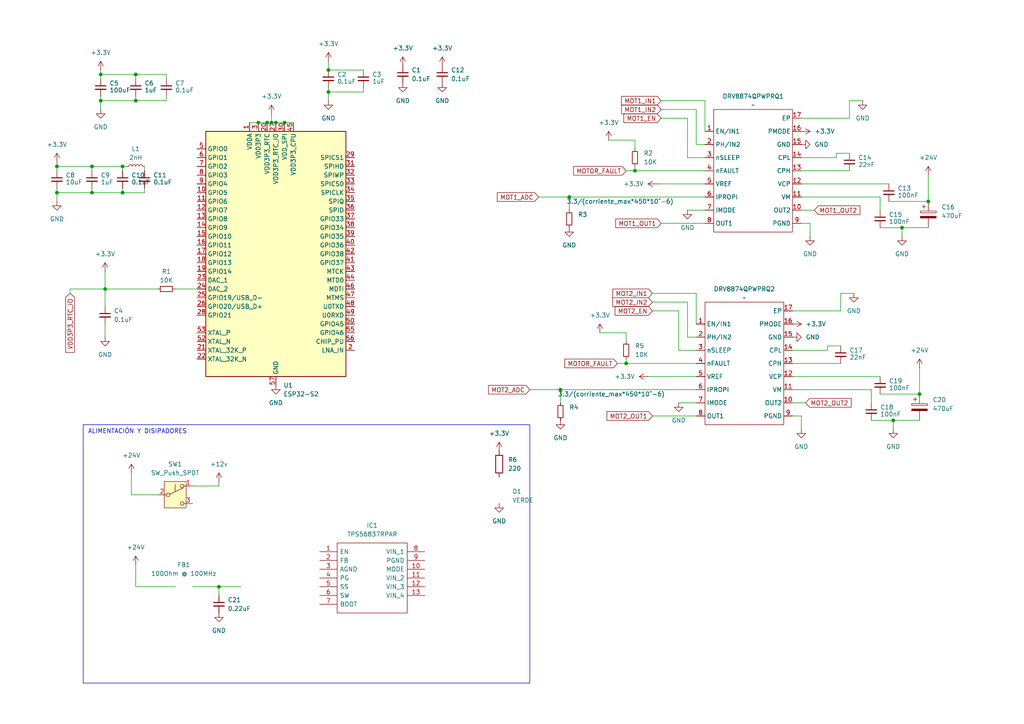
<source format=kicad_sch>
(kicad_sch (version 20231120) (generator "eeschema") (generator_version "8.0")
  (paper "A4")
  (lib_symbols
    (symbol "Device:C_Polarized" (pin_numbers hide) (pin_names (offset 0.254))
      (property "Reference" "C" (at 0.635 2.54 0))
      (property "Value" "C_Polarized" (at 0.635 -2.54 0))
      (symbol "C_Polarized_0_1"
        (rectangle (start -2.286 0.508) (end 2.286 1.016))
        (polyline (pts (xy -1.778 2.286) (xy -0.762 2.286)))
        (polyline (pts (xy -1.27 2.794) (xy -1.27 1.778)))
        (rectangle (start 2.286 -0.508) (end -2.286 -1.016) (fill (type outline)))
      )
      (symbol "C_Polarized_1_1"
        (pin passive line (at 0 3.81 270) (length 2.794) (name "~") (number "1"))
        (pin passive line (at 0 -3.81 90) (length 2.794) (name "~") (number "2"))
      )
    )
    (symbol "Device:C_Small" (pin_numbers hide) (pin_names (offset 0.254) hide)
      (property "Reference" "C" (at 0.254 1.778 0))
      (property "Value" "C_Small" (at 0.254 -2.032 0))
      (symbol "C_Small_0_1"
        (polyline (pts (xy -1.524 -0.508) (xy 1.524 -0.508)) (stroke (width 0.3302)))
        (polyline (pts (xy -1.524 0.508) (xy 1.524 0.508)) (stroke (width 0.3048)))
      )
      (symbol "C_Small_1_1"
        (pin passive line (at 0 2.54 270) (length 2.032) (name "~") (number "1"))
        (pin passive line (at 0 -2.54 90) (length 2.032) (name "~") (number "2"))
      )
    )
    (symbol "Device:L_Small" (pin_numbers hide) (pin_names (offset 0.254) hide)
      (property "Reference" "L" (at 0.762 1.016 0))
      (property "Value" "L_Small" (at 0.762 -1.016 0))
      (symbol "L_Small_0_1"
        (arc (start 0 -2.032) (mid 0.5058 -1.524) (end 0 -1.016))
        (arc (start 0 -1.016) (mid 0.5058 -0.508) (end 0 0))
        (arc (start 0 0) (mid 0.5058 0.508) (end 0 1.016))
        (arc (start 0 1.016) (mid 0.5058 1.524) (end 0 2.032))
      )
      (symbol "L_Small_1_1"
        (pin passive line (at 0 2.54 270) (length 0.508) (name "~") (number "1"))
        (pin passive line (at 0 -2.54 90) (length 0.508) (name "~") (number "2"))
      )
    )
    (symbol "Device:R" (pin_numbers hide) (pin_names (offset 0))
      (property "Reference" "R" (at 2.032 0 90))
      (property "Value" "R" (at 0 0 90))
      (symbol "R_0_1"
        (rectangle (start -1.016 -2.54) (end 1.016 2.54) (stroke (width 0.254)))
      )
      (symbol "R_1_1"
        (pin passive line (at 0 3.81 270) (length 1.27) (name "~") (number "1"))
        (pin passive line (at 0 -3.81 90) (length 1.27) (name "~") (number "2"))
      )
    )
    (symbol "Device:R_Small" (pin_numbers hide) (pin_names (offset 0.254) hide)
      (property "Reference" "R" (at 0.762 0.508 0))
      (property "Value" "R_Small" (at 0.762 -1.016 0))
      (symbol "R_Small_0_1"
        (rectangle (start -0.762 1.778) (end 0.762 -1.778) (stroke (width 0.2032)))
      )
      (symbol "R_Small_1_1"
        (pin passive line (at 0 2.54 270) (length 0.762) (name "~") (number "1"))
        (pin passive line (at 0 -2.54 90) (length 0.762) (name "~") (number "2"))
      )
    )
    (symbol "FoBo2:DRV8874QPWPRQ1"
      (property "Reference" "U" (at 0 0 0))
      (symbol "DRV8874QPWPRQ1_0_1"
        (rectangle (start 0 -33.02) (end 22.86 2.54))
      )
      (symbol "DRV8874QPWPRQ1_1_1"
        (pin input line (at -2.54 -3.81 0) (length 2.54) (name "EN/IN1") (number "1"))
        (pin input line (at 25.4 -26.67 180) (length 2.54) (name "OUT2") (number "10"))
        (pin input line (at 25.4 -22.86 180) (length 2.54) (name "VM") (number "11"))
        (pin input line (at 25.4 -19.05 180) (length 2.54) (name "VCP") (number "12"))
        (pin input line (at 25.4 -15.24 180) (length 2.54) (name "CPH") (number "13"))
        (pin input line (at 25.4 -11.43 180) (length 2.54) (name "CPL") (number "14"))
        (pin input line (at 25.4 -7.62 180) (length 2.54) (name "GND") (number "15"))
        (pin input line (at 25.4 -3.81 180) (length 2.54) (name "PMODE") (number "16"))
        (pin input line (at 25.4 0 180) (length 2.54) (name "EP") (number "17"))
        (pin input line (at -2.54 -7.62 0) (length 2.54) (name "PH/IN2") (number "2"))
        (pin input line (at -2.54 -11.43 0) (length 2.54) (name "nSLEEP") (number "3"))
        (pin input line (at -2.54 -15.24 0) (length 2.54) (name "nFAULT") (number "4"))
        (pin input line (at -2.54 -19.05 0) (length 2.54) (name "VREF") (number "5"))
        (pin input line (at -2.54 -22.86 0) (length 2.54) (name "IPROPI") (number "6"))
        (pin input line (at -2.54 -26.67 0) (length 2.54) (name "IMODE") (number "7"))
        (pin input line (at -2.54 -30.48 0) (length 2.54) (name "OUT1") (number "8"))
        (pin input line (at 25.4 -30.48 180) (length 2.54) (name "PGND") (number "9"))
      )
    )
    (symbol "FoBo2:TPS56837RPAR" (pin_names (offset 0.762))
      (property "Reference" "IC" (at 26.67 7.62 0))
      (property "Value" "TPS56837RPAR" (at 26.67 5.08 0))
      (symbol "TPS56837RPAR_0_0"
        (pin passive line (at 0 0 0) (length 5.08) (name "EN") (number "1"))
        (pin passive line (at 30.48 -5.08 180) (length 5.08) (name "MODE") (number "10"))
        (pin passive line (at 30.48 -7.62 180) (length 5.08) (name "VIN_2") (number "11"))
        (pin passive line (at 30.48 -10.16 180) (length 5.08) (name "VIN_3") (number "12"))
        (pin passive line (at 30.48 -12.7 180) (length 5.08) (name "VIN_4") (number "13"))
        (pin passive line (at 0 -2.54 0) (length 5.08) (name "FB") (number "2"))
        (pin passive line (at 0 -5.08 0) (length 5.08) (name "AGND") (number "3"))
        (pin passive line (at 0 -7.62 0) (length 5.08) (name "PG") (number "4"))
        (pin passive line (at 0 -10.16 0) (length 5.08) (name "SS") (number "5"))
        (pin passive line (at 0 -12.7 0) (length 5.08) (name "SW") (number "6"))
        (pin passive line (at 0 -15.24 0) (length 5.08) (name "BOOT") (number "7"))
        (pin passive line (at 30.48 0 180) (length 5.08) (name "VIN_1") (number "8"))
        (pin passive line (at 30.48 -2.54 180) (length 5.08) (name "PGND") (number "9"))
      )
      (symbol "TPS56837RPAR_0_1"
        (polyline (pts (xy 5.08 2.54) (xy 25.4 2.54) (xy 25.4 -17.78) (xy 5.08 -17.78) (xy 5.08 2.54)) (stroke (width 0.1524)))
      )
    )
    (symbol "MCU_Espressif:ESP32-S2"
      (property "Reference" "U" (at 12.7 -38.1 0))
      (property "Value" "ESP32-S2" (at 16.51 -40.64 0))
      (symbol "ESP32-S2_0_1"
        (rectangle (start -20.32 35.56) (end 20.32 -35.56) (stroke (width 0.254)) (fill (type background)))
      )
      (symbol "ESP32-S2_1_1"
        (pin power_in line (at -7.62 38.1 270) (length 2.54) (name "VDDA") (number "1"))
        (pin bidirectional line (at -22.86 17.78 0) (length 2.54) (name "GPIO5") (number "10"))
        (pin bidirectional line (at -22.86 15.24 0) (length 2.54) (name "GPIO6") (number "11"))
        (pin bidirectional line (at -22.86 12.7 0) (length 2.54) (name "GPIO7") (number "12"))
        (pin bidirectional line (at -22.86 10.16 0) (length 2.54) (name "GPIO8") (number "13"))
        (pin bidirectional line (at -22.86 7.62 0) (length 2.54) (name "GPIO9") (number "14"))
        (pin bidirectional line (at -22.86 5.08 0) (length 2.54) (name "GPIO10") (number "15"))
        (pin bidirectional line (at -22.86 2.54 0) (length 2.54) (name "GPIO11") (number "16"))
        (pin bidirectional line (at -22.86 0 0) (length 2.54) (name "GPIO12") (number "17"))
        (pin bidirectional line (at -22.86 -2.54 0) (length 2.54) (name "GPIO13") (number "18"))
        (pin bidirectional line (at -22.86 -5.08 0) (length 2.54) (name "GPIO14") (number "19"))
        (pin bidirectional line (at 22.86 -27.94 180) (length 2.54) (name "LNA_IN") (number "2"))
        (pin power_in line (at -2.54 38.1 270) (length 2.54) (name "VDD3P3_RTC") (number "20"))
        (pin passive line (at -22.86 -27.94 0) (length 2.54) (name "XTAL_32K_P") (number "21"))
        (pin passive line (at -22.86 -30.48 0) (length 2.54) (name "XTAL_32K_N") (number "22"))
        (pin bidirectional line (at -22.86 -7.62 0) (length 2.54) (name "DAC_1") (number "23"))
        (pin bidirectional line (at -22.86 -10.16 0) (length 2.54) (name "DAC_2") (number "24"))
        (pin bidirectional line (at -22.86 -12.7 0) (length 2.54) (name "GPIO19/USB_D-") (number "25"))
        (pin bidirectional line (at -22.86 -15.24 0) (length 2.54) (name "GPIO20/USB_D+") (number "26"))
        (pin power_in line (at 0 38.1 270) (length 2.54) (name "VDD3P3_RTC_IO") (number "27"))
        (pin bidirectional line (at -22.86 -17.78 0) (length 2.54) (name "GPIO21") (number "28"))
        (pin bidirectional line (at 22.86 27.94 180) (length 2.54) (name "SPICS1") (number "29"))
        (pin power_in line (at -5.08 38.1 270) (length 2.54) (name "VDD3P3") (number "3"))
        (pin power_out line (at 2.54 38.1 270) (length 2.54) (name "VDD_SPI") (number "30"))
        (pin bidirectional line (at 22.86 25.4 180) (length 2.54) (name "SPIHD") (number "31"))
        (pin bidirectional line (at 22.86 22.86 180) (length 2.54) (name "SPIWP") (number "32"))
        (pin bidirectional line (at 22.86 20.32 180) (length 2.54) (name "SPICS0") (number "33"))
        (pin bidirectional line (at 22.86 17.78 180) (length 2.54) (name "SPICLK") (number "34"))
        (pin bidirectional line (at 22.86 15.24 180) (length 2.54) (name "SPIQ") (number "35"))
        (pin bidirectional line (at 22.86 12.7 180) (length 2.54) (name "SPID") (number "36"))
        (pin bidirectional line (at 22.86 10.16 180) (length 2.54) (name "GPIO33") (number "37"))
        (pin bidirectional line (at 22.86 7.62 180) (length 2.54) (name "GPIO34") (number "38"))
        (pin bidirectional line (at 22.86 5.08 180) (length 2.54) (name "GPIO35") (number "39"))
        (pin passive line (at -5.08 38.1 270) (length 2.54) hide (name "VDD3P3") (number "4"))
        (pin bidirectional line (at 22.86 2.54 180) (length 2.54) (name "GPIO36") (number "40"))
        (pin bidirectional line (at 22.86 -2.54 180) (length 2.54) (name "GPIO37") (number "41"))
        (pin bidirectional line (at 22.86 0 180) (length 2.54) (name "GPIO38") (number "42"))
        (pin bidirectional line (at 22.86 -5.08 180) (length 2.54) (name "MTCK") (number "43"))
        (pin bidirectional line (at 22.86 -7.62 180) (length 2.54) (name "MTD0") (number "44"))
        (pin power_in line (at 5.08 38.1 270) (length 2.54) (name "VDD3P3_CPU") (number "45"))
        (pin bidirectional line (at 22.86 -10.16 180) (length 2.54) (name "MDTI") (number "46"))
        (pin bidirectional line (at 22.86 -12.7 180) (length 2.54) (name "MTMS") (number "47"))
        (pin bidirectional line (at 22.86 -15.24 180) (length 2.54) (name "U0TXD") (number "48"))
        (pin bidirectional line (at 22.86 -17.78 180) (length 2.54) (name "U0RXD") (number "49"))
        (pin bidirectional line (at -22.86 30.48 0) (length 2.54) (name "GPIO0") (number "5"))
        (pin bidirectional line (at 22.86 -20.32 180) (length 2.54) (name "GPIO45") (number "50"))
        (pin passive line (at -7.62 38.1 270) (length 2.54) hide (name "VDDA") (number "51"))
        (pin output line (at -22.86 -25.4 0) (length 2.54) (name "XTAL_N") (number "52"))
        (pin input line (at -22.86 -22.86 0) (length 2.54) (name "XTAL_P") (number "53"))
        (pin passive line (at -7.62 38.1 270) (length 2.54) hide (name "VDDA") (number "54"))
        (pin input line (at 22.86 -22.86 180) (length 2.54) (name "GPIO46") (number "55"))
        (pin input line (at 22.86 -25.4 180) (length 2.54) (name "CHIP_PU") (number "56"))
        (pin power_in line (at 0 -38.1 90) (length 2.54) (name "GND") (number "57"))
        (pin bidirectional line (at -22.86 27.94 0) (length 2.54) (name "GPIO1") (number "6"))
        (pin bidirectional line (at -22.86 25.4 0) (length 2.54) (name "GPIO2") (number "7"))
        (pin bidirectional line (at -22.86 22.86 0) (length 2.54) (name "GPIO3") (number "8"))
        (pin bidirectional line (at -22.86 20.32 0) (length 2.54) (name "GPIO4") (number "9"))
      )
    )
    (symbol "Switch:SW_Push_SPDT" (pin_names (offset 0) hide)
      (property "Reference" "SW" (at 0 5.08 0))
      (property "Value" "SW_Push_SPDT" (at 0 -5.08 0))
      (symbol "SW_Push_SPDT_0_0"
        (circle (center -2.032 0) (radius 0.508))
        (polyline (pts (xy 0 1.016) (xy 0 3.048)))
        (circle (center 2.032 -2.54) (radius 0.508))
      )
      (symbol "SW_Push_SPDT_0_1"
        (polyline (pts (xy -1.524 0.2032) (xy 2.3368 1.9812)))
        (circle (center 2.032 2.54) (radius 0.508))
      )
      (symbol "SW_Push_SPDT_1_1"
        (rectangle (start -3.175 3.81) (end 3.175 -3.81) (fill (type background)))
        (pin passive line (at 5.08 2.54 180) (length 2.54) (name "A") (number "1"))
        (pin passive line (at -5.08 0 0) (length 2.54) (name "B") (number "2"))
        (pin passive line (at 5.08 -2.54 180) (length 2.54) (name "C") (number "3"))
      )
    )
    (symbol "power:+3.3V" (power) (pin_numbers hide) (pin_names (offset 0) hide)
      (property "Value" "+3.3V" (at 0 3.556 0))
      (symbol "+3.3V_0_1"
        (polyline (pts (xy -0.762 1.27) (xy 0 2.54)))
        (polyline (pts (xy 0 0) (xy 0 2.54)))
        (polyline (pts (xy 0 2.54) (xy 0.762 1.27)))
      )
      (symbol "+3.3V_1_1"
        (pin power_in line (at 0 0 90) (length 0) (name "~") (number "1"))
      )
    )
    (symbol "power:GND" (power) (pin_numbers hide) (pin_names (offset 0) hide)
      (property "Value" "GND" (at 0 -3.81 0))
      (symbol "GND_0_1"
        (polyline (pts (xy 0 0) (xy 0 -1.27) (xy 1.27 -1.27) (xy 0 -2.54) (xy -1.27 -1.27) (xy 0 -1.27)))
      )
      (symbol "GND_1_1"
        (pin power_in line (at 0 0 270) (length 0) (name "~") (number "1"))
      )
    )
  )
  (junction (at 80.01 35.56))
  (junction (at 82.55 35.56))
  (junction (at 181.61 105.41))
  (junction (at 95.25 20.32))
  (junction (at 261.62 66.04))
  (junction (at 30.48 83.82))
  (junction (at 77.47 35.56))
  (junction (at 29.21 21.59))
  (junction (at 266.7 114.3))
  (junction (at 269.24 58.42))
  (junction (at 35.56 55.88))
  (junction (at 29.21 29.21))
  (junction (at 26.67 48.26))
  (junction (at 184.15 49.53))
  (junction (at 259.08 121.92))
  (junction (at 16.51 55.88))
  (junction (at 162.56 113.03))
  (junction (at 16.51 48.26))
  (junction (at 63.5 170.18))
  (junction (at 74.93 35.56))
  (junction (at 39.37 29.21))
  (junction (at 165.1 57.15))
  (junction (at 95.25 26.67))
  (junction (at 39.37 21.59))
  (junction (at 26.67 55.88))
  (junction (at 78.74 35.56))
  (junction (at 35.56 48.26))
  (wire (pts (xy 252.73 113.03) (xy 252.73 116.84)))
  (wire (pts (xy 191.77 34.29) (xy 199.39 34.29)))
  (wire (pts (xy 181.61 96.52) (xy 181.61 99.06)))
  (wire (pts (xy 229.87 116.84) (xy 233.68 116.84)))
  (wire (pts (xy 63.5 170.18) (xy 63.5 172.72)))
  (wire (pts (xy 48.26 29.21) (xy 39.37 29.21)))
  (wire (pts (xy 16.51 46.99) (xy 16.51 48.26)))
  (wire (pts (xy 39.37 170.18) (xy 50.8 170.18)))
  (wire (pts (xy 232.41 34.29) (xy 246.38 34.29)))
  (wire (pts (xy 29.21 29.21) (xy 29.21 27.94)))
  (wire (pts (xy 229.87 105.41) (xy 243.84 105.41)))
  (wire (pts (xy 176.53 40.64) (xy 184.15 40.64)))
  (wire (pts (xy 232.41 45.72) (xy 242.57 45.72)))
  (wire (pts (xy 95.25 26.67) (xy 95.25 25.4)))
  (wire (pts (xy 199.39 97.79) (xy 201.93 97.79)))
  (wire (pts (xy 232.41 60.96) (xy 236.22 60.96)))
  (wire (pts (xy 48.26 22.86) (xy 48.26 21.59)))
  (wire (pts (xy 55.88 170.18) (xy 63.5 170.18)))
  (wire (pts (xy 72.39 35.56) (xy 74.93 35.56)))
  (wire (pts (xy 105.41 25.4) (xy 105.41 26.67)))
  (wire (pts (xy 36.83 48.26) (xy 35.56 48.26)))
  (wire (pts (xy 229.87 120.65) (xy 232.41 120.65)))
  (wire (pts (xy 78.74 35.56) (xy 80.01 35.56)))
  (wire (pts (xy 16.51 48.26) (xy 26.67 48.26)))
  (wire (pts (xy 38.1 143.51) (xy 45.72 143.51)))
  (wire (pts (xy 204.47 29.21) (xy 204.47 38.1)))
  (wire (pts (xy 184.15 49.53) (xy 204.47 49.53)))
  (wire (pts (xy 95.25 20.32) (xy 105.41 20.32)))
  (wire (pts (xy 165.1 60.96) (xy 165.1 57.15)))
  (wire (pts (xy 201.93 85.09) (xy 201.93 93.98)))
  (wire (pts (xy 30.48 78.74) (xy 30.48 83.82)))
  (wire (pts (xy 16.51 55.88) (xy 16.51 54.61)))
  (wire (pts (xy 243.84 85.09) (xy 247.65 85.09)))
  (wire (pts (xy 63.5 139.7) (xy 63.5 140.97)))
  (wire (pts (xy 35.56 49.53) (xy 35.56 48.26)))
  (wire (pts (xy 26.67 55.88) (xy 16.51 55.88)))
  (wire (pts (xy 269.24 50.8) (xy 269.24 58.42)))
  (wire (pts (xy 30.48 93.98) (xy 30.48 97.79)))
  (wire (pts (xy 232.41 49.53) (xy 246.38 49.53)))
  (wire (pts (xy 257.81 58.42) (xy 269.24 58.42)))
  (wire (pts (xy 16.51 48.26) (xy 16.51 49.53)))
  (wire (pts (xy 48.26 27.94) (xy 48.26 29.21)))
  (wire (pts (xy 201.93 116.84) (xy 196.85 116.84)))
  (wire (pts (xy 196.85 90.17) (xy 196.85 101.6)))
  (wire (pts (xy 232.41 64.77) (xy 234.95 64.77)))
  (wire (pts (xy 95.25 17.78) (xy 95.25 20.32)))
  (wire (pts (xy 229.87 113.03) (xy 252.73 113.03)))
  (wire (pts (xy 39.37 27.94) (xy 39.37 29.21)))
  (wire (pts (xy 63.5 140.97) (xy 55.88 140.97)))
  (wire (pts (xy 156.21 57.15) (xy 165.1 57.15)))
  (wire (pts (xy 63.5 170.18) (xy 69.85 170.18)))
  (wire (pts (xy 29.21 20.32) (xy 29.21 21.59)))
  (wire (pts (xy 259.08 121.92) (xy 259.08 124.46)))
  (wire (pts (xy 232.41 57.15) (xy 255.27 57.15)))
  (wire (pts (xy 189.23 120.65) (xy 201.93 120.65)))
  (wire (pts (xy 266.7 106.68) (xy 266.7 114.3)))
  (wire (pts (xy 41.91 49.53) (xy 41.91 48.26)))
  (wire (pts (xy 26.67 54.61) (xy 26.67 55.88)))
  (wire (pts (xy 191.77 29.21) (xy 204.47 29.21)))
  (wire (pts (xy 189.23 85.09) (xy 201.93 85.09)))
  (wire (pts (xy 240.03 101.6) (xy 240.03 100.33)))
  (wire (pts (xy 39.37 29.21) (xy 29.21 29.21)))
  (wire (pts (xy 232.41 53.34) (xy 257.81 53.34)))
  (wire (pts (xy 153.67 113.03) (xy 162.56 113.03)))
  (wire (pts (xy 80.01 35.56) (xy 82.55 35.56)))
  (wire (pts (xy 229.87 109.22) (xy 255.27 109.22)))
  (wire (pts (xy 74.93 35.56) (xy 77.47 35.56)))
  (wire (pts (xy 181.61 105.41) (xy 201.93 105.41)))
  (wire (pts (xy 41.91 55.88) (xy 35.56 55.88)))
  (wire (pts (xy 261.62 66.04) (xy 269.24 66.04)))
  (wire (pts (xy 242.57 44.45) (xy 246.38 44.45)))
  (wire (pts (xy 232.41 120.65) (xy 232.41 124.46)))
  (wire (pts (xy 77.47 35.56) (xy 78.74 35.56)))
  (wire (pts (xy 16.51 58.42) (xy 16.51 55.88)))
  (wire (pts (xy 82.55 35.56) (xy 85.09 35.56)))
  (wire (pts (xy 259.08 121.92) (xy 266.7 121.92)))
  (wire (pts (xy 261.62 66.04) (xy 261.62 68.58)))
  (wire (pts (xy 191.77 64.77) (xy 204.47 64.77)))
  (wire (pts (xy 229.87 101.6) (xy 240.03 101.6)))
  (wire (pts (xy 255.27 114.3) (xy 266.7 114.3)))
  (wire (pts (xy 234.95 64.77) (xy 234.95 68.58)))
  (wire (pts (xy 187.96 109.22) (xy 201.93 109.22)))
  (wire (pts (xy 39.37 163.83) (xy 39.37 170.18)))
  (wire (pts (xy 173.99 96.52) (xy 181.61 96.52)))
  (wire (pts (xy 201.93 31.75) (xy 201.93 41.91)))
  (wire (pts (xy 78.74 33.02) (xy 78.74 35.56)))
  (wire (pts (xy 162.56 113.03) (xy 201.93 113.03)))
  (wire (pts (xy 246.38 29.21) (xy 250.19 29.21)))
  (wire (pts (xy 184.15 48.26) (xy 184.15 49.53)))
  (wire (pts (xy 181.61 104.14) (xy 181.61 105.41)))
  (wire (pts (xy 181.61 49.53) (xy 184.15 49.53)))
  (wire (pts (xy 252.73 121.92) (xy 259.08 121.92)))
  (wire (pts (xy 35.56 55.88) (xy 26.67 55.88)))
  (wire (pts (xy 38.1 137.16) (xy 38.1 143.51)))
  (wire (pts (xy 179.07 105.41) (xy 181.61 105.41)))
  (wire (pts (xy 20.32 83.82) (xy 30.48 83.82)))
  (wire (pts (xy 201.93 41.91) (xy 204.47 41.91)))
  (wire (pts (xy 50.8 83.82) (xy 57.15 83.82)))
  (wire (pts (xy 35.56 48.26) (xy 26.67 48.26)))
  (wire (pts (xy 30.48 83.82) (xy 45.72 83.82)))
  (wire (pts (xy 20.32 85.09) (xy 20.32 83.82)))
  (wire (pts (xy 162.56 116.84) (xy 162.56 113.03)))
  (wire (pts (xy 184.15 40.64) (xy 184.15 43.18)))
  (wire (pts (xy 204.47 60.96) (xy 199.39 60.96)))
  (wire (pts (xy 48.26 21.59) (xy 39.37 21.59)))
  (wire (pts (xy 105.41 26.67) (xy 95.25 26.67)))
  (wire (pts (xy 255.27 57.15) (xy 255.27 60.96)))
  (wire (pts (xy 199.39 87.63) (xy 199.39 97.79)))
  (wire (pts (xy 29.21 21.59) (xy 29.21 22.86)))
  (wire (pts (xy 196.85 101.6) (xy 201.93 101.6)))
  (wire (pts (xy 29.21 21.59) (xy 39.37 21.59)))
  (wire (pts (xy 41.91 54.61) (xy 41.91 55.88)))
  (wire (pts (xy 191.77 31.75) (xy 201.93 31.75)))
  (wire (pts (xy 242.57 45.72) (xy 242.57 44.45)))
  (wire (pts (xy 35.56 54.61) (xy 35.56 55.88)))
  (wire (pts (xy 190.5 53.34) (xy 204.47 53.34)))
  (wire (pts (xy 199.39 45.72) (xy 204.47 45.72)))
  (wire (pts (xy 199.39 34.29) (xy 199.39 45.72)))
  (wire (pts (xy 189.23 87.63) (xy 199.39 87.63)))
  (wire (pts (xy 240.03 100.33) (xy 243.84 100.33)))
  (wire (pts (xy 29.21 31.75) (xy 29.21 29.21)))
  (wire (pts (xy 189.23 90.17) (xy 196.85 90.17)))
  (wire (pts (xy 165.1 57.15) (xy 204.47 57.15)))
  (wire (pts (xy 95.25 29.21) (xy 95.25 26.67)))
  (wire (pts (xy 255.27 66.04) (xy 261.62 66.04)))
  (wire (pts (xy 39.37 21.59) (xy 39.37 22.86)))
  (wire (pts (xy 229.87 90.17) (xy 243.84 90.17)))
  (wire (pts (xy 246.38 34.29) (xy 246.38 29.21)))
  (wire (pts (xy 26.67 48.26) (xy 26.67 49.53)))
  (wire (pts (xy 243.84 90.17) (xy 243.84 85.09)))
  (wire (pts (xy 30.48 83.82) (xy 30.48 88.9)))
  (rectangle (start 24.13 123.19) (end 153.67 198.12))
  (text "ALIMENTACIÓN Y DISIPADORES" (at 39.878 125.222 0) (effects (font (size 1.27 1.27))))
  (global_label "MOT1_IN2" (shape input) (at 191.77 31.75 180) (property "Intersheetrefs" "${INTERSHEET_REFS}" (effects (hide yes))))
  (global_label "MOT1_OUT2" (shape input) (at 236.22 60.96 0) (property "Intersheetrefs" "${INTERSHEET_REFS}" (effects (hide yes))))
  (global_label "MOT1_EN" (shape input) (at 191.77 34.29 180) (property "Intersheetrefs" "${INTERSHEET_REFS}" (effects (hide yes))))
  (global_label "VDD3P3_RTC_IO" (shape input) (at 20.32 85.09 270) (property "Intersheetrefs" "${INTERSHEET_REFS}" (effects (hide yes))))
  (global_label "MOT2_ADC" (shape input) (at 153.67 113.03 180) (property "Intersheetrefs" "${INTERSHEET_REFS}" (effects (hide yes))))
  (global_label "MOTOR_FAULT" (shape input) (at 179.07 105.41 180) (property "Intersheetrefs" "${INTERSHEET_REFS}" (effects (hide yes))))
  (global_label "MOT2_IN1" (shape input) (at 189.23 85.09 180) (property "Intersheetrefs" "${INTERSHEET_REFS}" (effects (hide yes))))
  (global_label "MOTOR_FAULT" (shape input) (at 181.61 49.53 180) (property "Intersheetrefs" "${INTERSHEET_REFS}" (effects (hide yes))))
  (global_label "MOT2_IN2" (shape input) (at 189.23 87.63 180) (property "Intersheetrefs" "${INTERSHEET_REFS}" (effects (hide yes))))
  (global_label "MOT1_OUT1" (shape input) (at 191.77 64.77 180) (property "Intersheetrefs" "${INTERSHEET_REFS}" (effects (hide yes))))
  (global_label "MOT1_IN1" (shape input) (at 191.77 29.21 180) (property "Intersheetrefs" "${INTERSHEET_REFS}" (effects (hide yes))))
  (global_label "MOT2_OUT1" (shape input) (at 189.23 120.65 180) (property "Intersheetrefs" "${INTERSHEET_REFS}" (effects (hide yes))))
  (global_label "MOT1_ADC" (shape input) (at 156.21 57.15 180) (property "Intersheetrefs" "${INTERSHEET_REFS}" (effects (hide yes))))
  (global_label "MOT2_EN" (shape input) (at 189.23 90.17 180) (property "Intersheetrefs" "${INTERSHEET_REFS}" (effects (hide yes))))
  (global_label "MOT2_OUT2" (shape input) (at 233.68 116.84 0) (property "Intersheetrefs" "${INTERSHEET_REFS}" (effects (hide yes))))
  (symbol (lib_id "power:+3.3V") (at 176.53 40.64 0) (unit 1)
    (property "Reference" "#PWR023" (effects (hide yes)))
    (property "Value" "+3.3V" (at 176.53 35.56 0))
    (property "Description" "Power symbol creates a global label with name \"+3.3V\"" (effects (hide yes)))
  )
  (symbol (lib_id "Device:C_Small") (at 63.5 175.26 0) (unit 1)
    (property "Reference" "C21" (at 66.04 173.9962 0) (effects (justify left)))
    (property "Value" "0.22uF" (at 66.04 176.5362 0) (effects (justify left)))
    (property "Footprint" "Capacitor_SMD:C_1206_3216Metric" (effects (hide yes)))
    (property "Description" "Unpolarized capacitor, small symbol" (effects (hide yes)))
  )
  (symbol (lib_id "power:+3.3V") (at 266.7 106.68 0) (unit 1)
    (property "Reference" "#PWR034" (effects (hide yes)))
    (property "Value" "+24V" (at 266.7 101.6 0))
    (property "Description" "Power symbol creates a global label with name \"+3.3V\"" (effects (hide yes)))
  )
  (symbol (lib_id "Device:C_Small") (at 41.91 52.07 0) (unit 1)
    (property "Reference" "C11" (at 44.45 50.8062 0) (effects (justify left)))
    (property "Value" "0.1uF" (at 44.45 52.832 0) (effects (justify left)))
    (property "Description" "Unpolarized capacitor, small symbol" (effects (hide yes)))
  )
  (symbol (lib_id "FoBo2:DRV8874QPWPRQ1") (at 207.01 34.29 0) (unit 1)
    (property "Reference" "DRV8874QPWPRQ1" (at 218.44 27.94 0))
    (property "Value" "~" (at 218.44 30.48 0))
  )
  (symbol (lib_id "Switch:SW_Push_SPDT") (at 50.8 143.51 0) (unit 1)
    (property "Reference" "SW1" (at 50.8 134.62 0))
    (property "Value" "SW_Push_SPDT" (at 50.8 137.16 0))
    (property "Footprint" "conn_microsd:Switch_Slide" (effects (hide yes)))
    (property "Description" "Momentary Switch, single pole double throw" (effects (hide yes)))
  )
  (symbol (lib_id "power:GND") (at 234.95 68.58 0) (unit 1)
    (property "Reference" "#PWR016" (effects (hide yes)))
    (property "Value" "GND" (at 234.95 73.66 0))
    (property "Description" "Power symbol creates a global label with name \"GND\" , ground" (effects (hide yes)))
  )
  (symbol (lib_id "Device:C_Polarized") (at 266.7 118.11 0) (unit 1)
    (property "Reference" "C20" (at 270.51 115.9509 0) (effects (justify left)))
    (property "Value" "470uF" (at 270.51 118.4909 0) (effects (justify left)))
    (property "Description" "Polarized capacitor" (effects (hide yes)))
  )
  (symbol (lib_id "Device:C_Small") (at 35.56 52.07 0) (unit 1)
    (property "Reference" "C10" (at 38.1 50.8062 0) (effects (justify left)))
    (property "Value" "0.1uF" (at 38.1 52.832 0) (effects (justify left)))
    (property "Description" "Unpolarized capacitor, small symbol" (effects (hide yes)))
  )
  (symbol (lib_id "power:GND") (at 30.48 97.79 0) (unit 1)
    (property "Reference" "#PWR08" (effects (hide yes)))
    (property "Value" "GND" (at 30.48 102.87 0))
    (property "Description" "Power symbol creates a global label with name \"GND\" , ground" (effects (hide yes)))
  )
  (symbol (lib_id "Device:C_Small") (at 255.27 63.5 0) (unit 1)
    (property "Reference" "C15" (at 257.81 62.2362 0) (effects (justify left)))
    (property "Value" "100nF" (at 257.81 64.262 0) (effects (justify left)))
    (property "Description" "Unpolarized capacitor, small symbol" (effects (hide yes)))
  )
  (symbol (lib_id "Device:R_Small") (at 181.61 101.6 0) (unit 1)
    (property "Reference" "R5" (at 184.15 100.3299 0) (effects (justify left)))
    (property "Value" "10K" (at 184.15 102.8699 0) (effects (justify left)))
    (property "Description" "Resistor, small symbol" (effects (hide yes)))
  )
  (symbol (lib_id "Device:C_Small") (at 116.84 21.59 0) (unit 1)
    (property "Reference" "C1" (at 119.38 20.3262 0) (effects (justify left)))
    (property "Value" "0.1uF" (at 119.38 22.8662 0) (effects (justify left)))
    (property "Description" "Unpolarized capacitor, small symbol" (effects (hide yes)))
  )
  (symbol (lib_id "Device:FerriteBead_Small") (at 53.34 170.18 90) (unit 1)
    (property "Reference" "FB1" (at 53.3019 163.83 90))
    (property "Value" "100Ohm @ 100MHz" (at 53.3019 166.37 90))
    (property "Footprint" "Inductor_SMD:L_0805_2012Metric" (effects (hide yes)))
    (property "Description" "Ferrite bead, small symbol" (effects (hide yes)))
  )
  (symbol (lib_id "FoBo2:DRV8874QPWPRQ1") (at 204.47 90.17 0) (unit 1)
    (property "Reference" "DRV8874QPWPRQ2" (at 215.9 83.82 0))
    (property "Value" "~" (at 215.9 86.36 0))
  )
  (symbol (lib_id "power:+3.3V") (at 173.99 96.52 0) (unit 1)
    (property "Reference" "#PWR026" (effects (hide yes)))
    (property "Value" "+3.3V" (at 173.99 91.44 0))
    (property "Description" "Power symbol creates a global label with name \"+3.3V\"" (effects (hide yes)))
  )
  (symbol (lib_id "Device:R_Small") (at 184.15 45.72 0) (unit 1)
    (property "Reference" "R2" (at 186.69 44.4499 0) (effects (justify left)))
    (property "Value" "10K" (at 186.69 46.9899 0) (effects (justify left)))
    (property "Description" "Resistor, small symbol" (effects (hide yes)))
  )
  (symbol (lib_id "power:+3.3V") (at 232.41 38.1 270) (unit 1)
    (property "Reference" "#PWR022" (effects (hide yes)))
    (property "Value" "+3.3V" (at 236.22 38.0999 90) (effects (justify left)))
    (property "Description" "Power symbol creates a global label with name \"+3.3V\"" (effects (hide yes)))
  )
  (symbol (lib_id "Device:C_Small") (at 48.26 25.4 0) (unit 1)
    (property "Reference" "C7" (at 50.8 24.1362 0) (effects (justify left)))
    (property "Value" "0.1uF" (at 50.8 26.162 0) (effects (justify left)))
    (property "Description" "Unpolarized capacitor, small symbol" (effects (hide yes)))
  )
  (symbol (lib_id "power:+3.3V") (at 30.48 78.74 0) (unit 1)
    (property "Reference" "#PWR07" (effects (hide yes)))
    (property "Value" "+3.3V" (at 30.48 73.66 0))
    (property "Description" "Power symbol creates a global label with name \"+3.3V\"" (effects (hide yes)))
  )
  (symbol (lib_id "Device:C_Small") (at 257.81 55.88 0) (unit 1)
    (property "Reference" "C13" (at 260.35 54.6162 0) (effects (justify left)))
    (property "Value" "100nF" (at 260.35 56.642 0) (effects (justify left)))
    (property "Description" "Unpolarized capacitor, small symbol" (effects (hide yes)))
  )
  (symbol (lib_id "Device:R_Small") (at 165.1 63.5 0) (unit 1)
    (property "Reference" "R3" (at 167.64 62.2299 0) (effects (justify left)))
    (property "Value" "3.3/(corriente_max*450*10^-6)" (at 164.338 58.42 0) (effects (justify left)))
    (property "Description" "Resistor, small symbol" (effects (hide yes)))
  )
  (symbol (lib_id "power:GND") (at 232.41 124.46 0) (unit 1)
    (property "Reference" "#PWR031" (effects (hide yes)))
    (property "Value" "GND" (at 232.41 129.54 0))
    (property "Description" "Power symbol creates a global label with name \"GND\" , ground" (effects (hide yes)))
  )
  (symbol (lib_id "Device:C_Small") (at 29.21 25.4 0) (unit 1)
    (property "Reference" "C5" (at 31.75 24.1362 0) (effects (justify left)))
    (property "Value" "100uF" (at 31.75 26.162 0) (effects (justify left)))
    (property "Description" "Unpolarized capacitor, small symbol" (effects (hide yes)))
  )
  (symbol (lib_id "power:GND") (at 95.25 29.21 0) (unit 1)
    (property "Reference" "#PWR06" (effects (hide yes)))
    (property "Value" "GND" (at 95.25 34.29 0))
    (property "Description" "Power symbol creates a global label with name \"GND\" , ground" (effects (hide yes)))
  )
  (symbol (lib_id "power:GND") (at 199.39 60.96 0) (unit 1)
    (property "Reference" "#PWR018" (effects (hide yes)))
    (property "Value" "GND" (at 199.39 66.04 0))
    (property "Description" "Power symbol creates a global label with name \"GND\" , ground" (effects (hide yes)))
  )
  (symbol (lib_id "power:GND") (at 247.65 85.09 0) (unit 1)
    (property "Reference" "#PWR032" (effects (hide yes)))
    (property "Value" "GND" (at 247.65 90.17 0))
    (property "Description" "Power symbol creates a global label with name \"GND\" , ground" (effects (hide yes)))
  )
  (symbol (lib_id "Device:R_Small") (at 48.26 83.82 90) (unit 1)
    (property "Reference" "R1" (at 48.26 78.74 90))
    (property "Value" "10K" (at 48.26 81.28 90))
    (property "Description" "Resistor, small symbol" (effects (hide yes)))
  )
  (symbol (lib_id "power:GND") (at 162.56 121.92 0) (unit 1)
    (property "Reference" "#PWR025" (effects (hide yes)))
    (property "Value" "GND" (at 162.56 127 0))
    (property "Description" "Power symbol creates a global label with name \"GND\" , ground" (effects (hide yes)))
  )
  (symbol (lib_id "power:+3.3V") (at 128.27 19.05 0) (unit 1)
    (property "Reference" "#PWR013" (effects (hide yes)))
    (property "Value" "+3.3V" (at 128.27 13.97 0))
    (property "Description" "Power symbol creates a global label with name \"+3.3V\"" (effects (hide yes)))
  )
  (symbol (lib_id "MCU_Espressif:ESP32-S2") (at 80.01 73.66 0) (unit 1)
    (property "Reference" "U1" (at 82.2041 111.76 0) (effects (justify left)))
    (property "Value" "ESP32-S2" (at 82.2041 114.3 0) (effects (justify left)))
    (property "Footprint" "Package_DFN_QFN:QFN-56-1EP_7x7mm_P0.4mm_EP4x4mm" (effects (hide yes)))
    (property "Datasheet" "https://www.espressif.com/sites/default/files/documentation/esp32-s2_datasheet_en.pdf" (effects (hide yes)))
    (property "Description" "Microcontroller, Wi-Fi 802.11b/g/n, Bluetooth, 32bit" (effects (hide yes)))
  )
  (symbol (lib_id "FoBo2:TPS56837RPAR") (at 92.71 160.02 0) (unit 1)
    (property "Reference" "IC1" (at 107.95 152.4 0))
    (property "Value" "TPS56837RPAR" (at 107.95 154.94 0))
    (property "Footprint" "XTPS56637RPAT" (effects (hide yes)))
    (property "Datasheet" "https://www.ti.com/lit/gpn/tps56837" (effects (hide yes)))
    (property "Description" "8-A Synchronous Buck Converter" (effects (hide yes)))
    (property "Height" "1" (effects (hide yes)))
    (property "Mouser Part Number" "595-TPS56837RPAR" (effects (hide yes)))
    (property "Mouser Price/Stock" "https://www.mouser.co.uk/ProductDetail/Texas-Instruments/TPS56837RPAR?qs=ST9lo4GX8V2enNako9KoBQ%3D%3D" (effects (hide yes)))
    (property "Manufacturer_Name" "Texas Instruments" (effects (hide yes)))
    (property "Manufacturer_Part_Number" "TPS56837RPAR" (effects (hide yes)))
  )
  (symbol (lib_id "power:GND") (at 232.41 41.91 90) (unit 1)
    (property "Reference" "#PWR015" (effects (hide yes)))
    (property "Value" "GND" (at 236.22 41.9099 90) (effects (justify right)))
    (property "Description" "Power symbol creates a global label with name \"GND\" , ground" (effects (hide yes)))
  )
  (symbol (lib_id "power:GND") (at 259.08 124.46 0) (unit 1)
    (property "Reference" "#PWR033" (effects (hide yes)))
    (property "Value" "GND" (at 259.08 129.54 0))
    (property "Description" "Power symbol creates a global label with name \"GND\" , ground" (effects (hide yes)))
  )
  (symbol (lib_id "power:+3.3V") (at 38.1 137.16 0) (unit 1)
    (property "Reference" "#PWR035" (effects (hide yes)))
    (property "Value" "+24V" (at 38.1 132.08 0))
    (property "Description" "Power symbol creates a global label with name \"+3.3V\"" (effects (hide yes)))
  )
  (symbol (lib_id "power:GND") (at 229.87 97.79 90) (unit 1)
    (property "Reference" "#PWR030" (effects (hide yes)))
    (property "Value" "GND" (at 233.68 97.7899 90) (effects (justify right)))
    (property "Description" "Power symbol creates a global label with name \"GND\" , ground" (effects (hide yes)))
  )
  (symbol (lib_id "Device:C_Small") (at 95.25 22.86 0) (unit 1)
    (property "Reference" "C2" (at 97.79 21.5962 0) (effects (justify left)))
    (property "Value" "0.1uF" (at 97.79 23.622 0) (effects (justify left)))
    (property "Description" "Unpolarized capacitor, small symbol" (effects (hide yes)))
  )
  (symbol (lib_id "power:+3.3V") (at 116.84 19.05 0) (unit 1)
    (property "Reference" "#PWR04" (effects (hide yes)))
    (property "Value" "+3.3V" (at 116.84 13.97 0))
    (property "Description" "Power symbol creates a global label with name \"+3.3V\"" (effects (hide yes)))
  )
  (symbol (lib_id "Device:C_Small") (at 105.41 22.86 0) (unit 1)
    (property "Reference" "C3" (at 107.95 21.5962 0) (effects (justify left)))
    (property "Value" "1uF" (at 107.95 23.622 0) (effects (justify left)))
    (property "Description" "Unpolarized capacitor, small symbol" (effects (hide yes)))
  )
  (symbol (lib_id "Device:C_Small") (at 252.73 119.38 0) (unit 1)
    (property "Reference" "C18" (at 255.27 118.1162 0) (effects (justify left)))
    (property "Value" "100nF" (at 255.27 120.142 0) (effects (justify left)))
    (property "Description" "Unpolarized capacitor, small symbol" (effects (hide yes)))
  )
  (symbol (lib_id "power:GND") (at 29.21 31.75 0) (unit 1)
    (property "Reference" "#PWR010" (effects (hide yes)))
    (property "Value" "GND" (at 29.21 36.83 0))
    (property "Description" "Power symbol creates a global label with name \"GND\" , ground" (effects (hide yes)))
  )
  (symbol (lib_id "power:+3.3V") (at 16.51 46.99 0) (unit 1)
    (property "Reference" "#PWR011" (effects (hide yes)))
    (property "Value" "+3.3V" (at 16.51 41.91 0))
    (property "Description" "Power symbol creates a global label with name \"+3.3V\"" (effects (hide yes)))
  )
  (symbol (lib_id "Device:C_Small") (at 39.37 25.4 0) (unit 1)
    (property "Reference" "C6" (at 41.91 24.1362 0) (effects (justify left)))
    (property "Value" "1uF" (at 41.91 26.162 0) (effects (justify left)))
    (property "Description" "Unpolarized capacitor, small symbol" (effects (hide yes)))
  )
  (symbol (lib_id "Device:C_Small") (at 243.84 102.87 0) (unit 1)
    (property "Reference" "C17" (at 246.38 101.6062 0) (effects (justify left)))
    (property "Value" "22nF" (at 246.38 103.632 0) (effects (justify left)))
    (property "Description" "Unpolarized capacitor, small symbol" (effects (hide yes)))
  )
  (symbol (lib_id "power:GND") (at 63.5 177.8 0) (unit 1)
    (property "Reference" "#PWR038" (effects (hide yes)))
    (property "Value" "GND" (at 63.5 182.88 0))
    (property "Description" "Power symbol creates a global label with name \"GND\" , ground" (effects (hide yes)))
  )
  (symbol (lib_id "power:GND") (at 116.84 24.13 0) (unit 1)
    (property "Reference" "#PWR03" (effects (hide yes)))
    (property "Value" "GND" (at 116.84 29.21 0))
    (property "Description" "Power symbol creates a global label with name \"GND\" , ground" (effects (hide yes)))
  )
  (symbol (lib_id "Device:C_Small") (at 128.27 21.59 0) (unit 1)
    (property "Reference" "C12" (at 130.81 20.3262 0) (effects (justify left)))
    (property "Value" "0.1uF" (at 130.81 22.8662 0) (effects (justify left)))
    (property "Description" "Unpolarized capacitor, small symbol" (effects (hide yes)))
  )
  (symbol (lib_id "power:+3.3V") (at 144.78 130.81 0) (unit 1)
    (property "Reference" "#PWR046" (effects (hide yes)))
    (property "Value" "+3.3V" (at 144.78 125.73 0))
    (property "Description" "Power symbol creates a global label with name \"+3.3V\"" (effects (hide yes)))
  )
  (symbol (lib_id "power:+3.3V") (at 63.5 139.7 0) (unit 1)
    (property "Reference" "#PWR037" (effects (hide yes)))
    (property "Value" "+12v" (at 63.5 134.62 0))
    (property "Description" "Power symbol creates a global label with name \"+3.3V\"" (effects (hide yes)))
  )
  (symbol (lib_id "Device:R") (at 144.78 134.62 0) (unit 1)
    (property "Reference" "R6" (at 147.32 133.3499 0) (effects (justify left)))
    (property "Value" "220" (at 147.32 135.8899 0) (effects (justify left)))
    (property "Footprint" "Resistor_SMD:R_0603_1608Metric" (effects (hide yes)))
    (property "Description" "Resistor" (effects (hide yes)))
  )
  (symbol (lib_id "Device:C_Polarized") (at 269.24 62.23 0) (unit 1)
    (property "Reference" "C16" (at 273.05 60.0709 0) (effects (justify left)))
    (property "Value" "470uF" (at 273.05 62.6109 0) (effects (justify left)))
    (property "Description" "Polarized capacitor" (effects (hide yes)))
  )
  (symbol (lib_id "Device:C_Small") (at 246.38 46.99 0) (unit 1)
    (property "Reference" "C14" (at 248.92 45.7262 0) (effects (justify left)))
    (property "Value" "22nF" (at 248.92 47.752 0) (effects (justify left)))
    (property "Description" "Unpolarized capacitor, small symbol" (effects (hide yes)))
  )
  (symbol (lib_id "power:GND") (at 128.27 24.13 0) (unit 1)
    (property "Reference" "#PWR014" (effects (hide yes)))
    (property "Value" "GND" (at 128.27 29.21 0))
    (property "Description" "Power symbol creates a global label with name \"GND\" , ground" (effects (hide yes)))
  )
  (symbol (lib_id "power:+3.3V") (at 95.25 17.78 0) (unit 1)
    (property "Reference" "#PWR05" (effects (hide yes)))
    (property "Value" "+3.3V" (at 95.25 12.7 0))
    (property "Description" "Power symbol creates a global label with name \"+3.3V\"" (effects (hide yes)))
  )
  (symbol (lib_id "power:+3.3V") (at 190.5 53.34 90) (unit 1)
    (property "Reference" "#PWR017" (effects (hide yes)))
    (property "Value" "+3.3V" (at 186.69 53.3399 90) (effects (justify left)))
    (property "Description" "Power symbol creates a global label with name \"+3.3V\"" (effects (hide yes)))
  )
  (symbol (lib_id "power:+3.3V") (at 78.74 33.02 0) (unit 1)
    (property "Reference" "#PWR02" (effects (hide yes)))
    (property "Value" "+3.3V" (at 78.74 27.94 0))
    (property "Description" "Power symbol creates a global label with name \"+3.3V\"" (effects (hide yes)))
  )
  (symbol (lib_id "Device:LED") (at 144.78 142.24 90) (unit 1)
    (property "Reference" "D1" (at 148.59 142.5574 90) (effects (justify right)))
    (property "Value" "VERDE" (at 148.59 145.0974 90) (effects (justify right)))
    (property "Footprint" "LED_SMD:LED_0603_1608Metric" (effects (hide yes)))
    (property "Description" "Light emitting diode" (effects (hide yes)))
  )
  (symbol (lib_id "power:+3.3V") (at 29.21 20.32 0) (unit 1)
    (property "Reference" "#PWR09" (effects (hide yes)))
    (property "Value" "+3.3V" (at 29.21 15.24 0))
    (property "Description" "Power symbol creates a global label with name \"+3.3V\"" (effects (hide yes)))
  )
  (symbol (lib_id "power:GND") (at 250.19 29.21 0) (unit 1)
    (property "Reference" "#PWR019" (effects (hide yes)))
    (property "Value" "GND" (at 250.19 34.29 0))
    (property "Description" "Power symbol creates a global label with name \"GND\" , ground" (effects (hide yes)))
  )
  (symbol (lib_id "power:+3.3V") (at 229.87 93.98 270) (unit 1)
    (property "Reference" "#PWR029" (effects (hide yes)))
    (property "Value" "+3.3V" (at 233.68 93.9799 90) (effects (justify left)))
    (property "Description" "Power symbol creates a global label with name \"+3.3V\"" (effects (hide yes)))
  )
  (symbol (lib_id "Device:C_Small") (at 30.48 91.44 0) (unit 1)
    (property "Reference" "C4" (at 33.02 90.1762 0) (effects (justify left)))
    (property "Value" "0.1uF" (at 33.02 92.7162 0) (effects (justify left)))
    (property "Description" "Unpolarized capacitor, small symbol" (effects (hide yes)))
  )
  (symbol (lib_id "power:+3.3V") (at 187.96 109.22 90) (unit 1)
    (property "Reference" "#PWR027" (effects (hide yes)))
    (property "Value" "+3.3V" (at 184.15 109.2199 90) (effects (justify left)))
    (property "Description" "Power symbol creates a global label with name \"+3.3V\"" (effects (hide yes)))
  )
  (symbol (lib_id "power:GND") (at 165.1 66.04 0) (unit 1)
    (property "Reference" "#PWR024" (effects (hide yes)))
    (property "Value" "GND" (at 165.1 71.12 0))
    (property "Description" "Power symbol creates a global label with name \"GND\" , ground" (effects (hide yes)))
  )
  (symbol (lib_id "Device:L_Small") (at 39.37 48.26 90) (unit 1)
    (property "Reference" "L1" (at 39.37 43.18 90))
    (property "Value" "2nH" (at 39.37 45.72 90))
    (property "Description" "Inductor, small symbol" (effects (hide yes)))
  )
  (symbol (lib_id "power:GND") (at 144.78 146.05 0) (unit 1)
    (property "Reference" "#PWR047" (effects (hide yes)))
    (property "Value" "GND" (at 144.78 151.13 0))
    (property "Description" "Power symbol creates a global label with name \"GND\" , ground" (effects (hide yes)))
  )
  (symbol (lib_id "power:+3.3V") (at 269.24 50.8 0) (unit 1)
    (property "Reference" "#PWR021" (effects (hide yes)))
    (property "Value" "+24V" (at 269.24 45.72 0))
    (property "Description" "Power symbol creates a global label with name \"+3.3V\"" (effects (hide yes)))
  )
  (symbol (lib_id "power:GND") (at 16.51 58.42 0) (unit 1)
    (property "Reference" "#PWR012" (effects (hide yes)))
    (property "Value" "GND" (at 16.51 63.5 0))
    (property "Description" "Power symbol creates a global label with name \"GND\" , ground" (effects (hide yes)))
  )
  (symbol (lib_id "power:GND") (at 80.01 111.76 0) (unit 1)
    (property "Reference" "#PWR01" (effects (hide yes)))
    (property "Value" "GND" (at 80.01 116.84 0))
    (property "Description" "Power symbol creates a global label with name \"GND\" , ground" (effects (hide yes)))
  )
  (symbol (lib_id "Device:R_Small") (at 162.56 119.38 0) (unit 1)
    (property "Reference" "R4" (at 165.1 118.1099 0) (effects (justify left)))
    (property "Value" "3.3/(corriente_max*450*10^-6)" (at 161.798 114.3 0) (effects (justify left)))
    (property "Description" "Resistor, small symbol" (effects (hide yes)))
  )
  (symbol (lib_id "power:GND") (at 196.85 116.84 0) (unit 1)
    (property "Reference" "#PWR028" (effects (hide yes)))
    (property "Value" "GND" (at 196.85 121.92 0))
    (property "Description" "Power symbol creates a global label with name \"GND\" , ground" (effects (hide yes)))
  )
  (symbol (lib_id "Device:C_Small") (at 26.67 52.07 0) (unit 1)
    (property "Reference" "C9" (at 29.21 50.8062 0) (effects (justify left)))
    (property "Value" "1uF" (at 29.21 52.832 0) (effects (justify left)))
    (property "Description" "Unpolarized capacitor, small symbol" (effects (hide yes)))
  )
  (symbol (lib_id "Device:C_Small") (at 16.51 52.07 0) (unit 1)
    (property "Reference" "C8" (at 19.05 50.8062 0) (effects (justify left)))
    (property "Value" "10uF" (at 19.05 52.832 0) (effects (justify left)))
    (property "Description" "Unpolarized capacitor, small symbol" (effects (hide yes)))
  )
  (symbol (lib_id "Device:C_Small") (at 255.27 111.76 0) (unit 1)
    (property "Reference" "C19" (at 257.81 110.4962 0) (effects (justify left)))
    (property "Value" "100nF" (at 257.81 112.522 0) (effects (justify left)))
    (property "Description" "Unpolarized capacitor, small symbol" (effects (hide yes)))
  )
  (symbol (lib_id "power:+3.3V") (at 39.37 163.83 0) (unit 1)
    (property "Reference" "#PWR036" (effects (hide yes)))
    (property "Value" "+24V" (at 39.37 158.75 0))
    (property "Description" "Power symbol creates a global label with name \"+3.3V\"" (effects (hide yes)))
  )
  (symbol (lib_id "power:GND") (at 261.62 68.58 0) (unit 1)
    (property "Reference" "#PWR020" (effects (hide yes)))
    (property "Value" "GND" (at 261.62 73.66 0))
    (property "Description" "Power symbol creates a global label with name \"GND\" , ground" (effects (hide yes)))
  )
)
</source>
